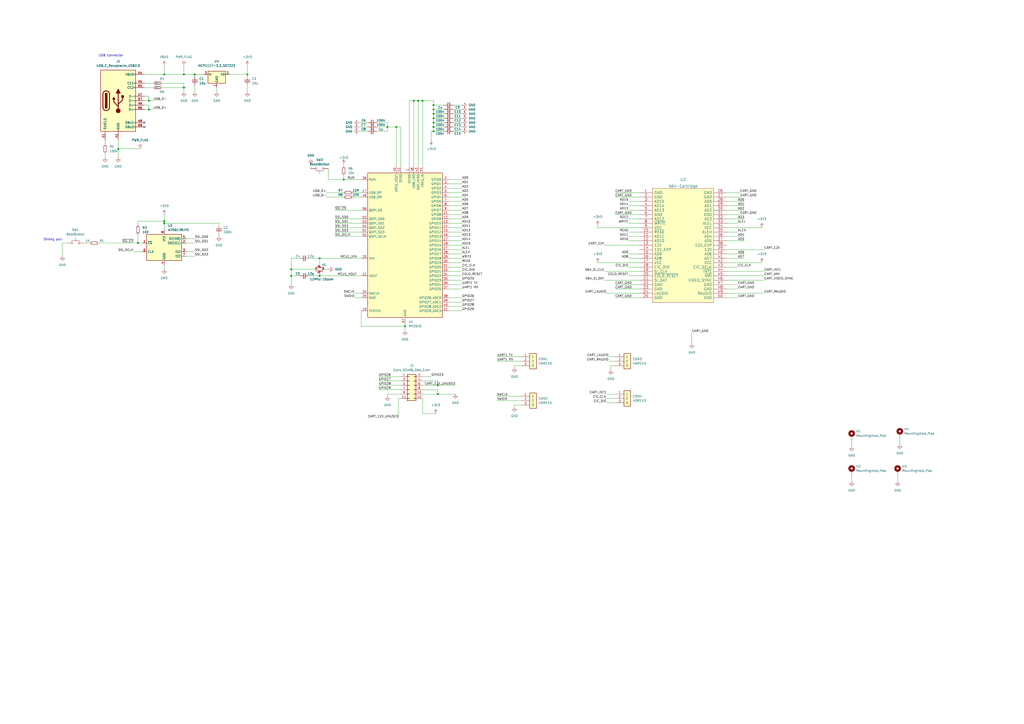
<source format=kicad_sch>
(kicad_sch (version 20211123) (generator eeschema)
  (paper "A2")
  (lib_symbols
    (symbol "Connector:USB_C_Receptacle_USB2.0" (pin_names (offset 1.016))
      (property "Reference" "J" (at -10.16 19.05 0))
      (property "Value" "USB_C_Receptacle_USB2.0" (at 19.05 19.05 0))
      (symbol "USB_C_Receptacle_USB2.0_1_1"
        (pin passive line (at 0 -22.86 90) (length 5.08) (name "GND") (number "A1"))
        (pin passive line (at 0 -22.86 90) (length 5.08) hide (name "GND") (number "A12"))
        (pin passive line (at 15.24 15.24 180) (length 5.08) (name "VBUS") (number "A4"))
        (pin bidirectional line (at 15.24 10.16 180) (length 5.08) (name "CC1") (number "A5"))
        (pin bidirectional line (at 15.24 -2.54 180) (length 5.08) (name "D+") (number "A6"))
        (pin bidirectional line (at 15.24 2.54 180) (length 5.08) (name "D-") (number "A7"))
        (pin bidirectional line (at 15.24 -12.7 180) (length 5.08) (name "SBU1") (number "A8"))
        (pin passive line (at 15.24 15.24 180) (length 5.08) hide (name "VBUS") (number "A9"))
        (pin passive line (at 0 -22.86 90) (length 5.08) hide (name "GND") (number "B1"))
        (pin passive line (at 0 -22.86 90) (length 5.08) hide (name "GND") (number "B12"))
        (pin passive line (at 15.24 15.24 180) (length 5.08) hide (name "VBUS") (number "B4"))
        (pin bidirectional line (at 15.24 7.62 180) (length 5.08) (name "CC2") (number "B5"))
        (pin bidirectional line (at 15.24 -5.08 180) (length 5.08) (name "D+") (number "B6"))
        (pin bidirectional line (at 15.24 0 180) (length 5.08) (name "D-") (number "B7"))
        (pin bidirectional line (at 15.24 -15.24 180) (length 5.08) (name "SBU2") (number "B8"))
        (pin passive line (at 15.24 15.24 180) (length 5.08) hide (name "VBUS") (number "B9"))
        (pin passive line (at -7.62 -22.86 90) (length 5.08) (name "SHIELD") (number "S1"))
      )
    )
    (symbol "Connector_Generic:Conn_02x06_Odd_Even" (pin_names (offset 1.016) hide)
      (property "Reference" "J" (at 1.27 7.62 0))
      (property "Value" "Conn_02x06_Odd_Even" (at 1.27 -10.16 0))
      (symbol "Conn_02x06_Odd_Even_1_1"
        (pin passive line (at -5.08 5.08 0) (length 3.81) (name "Pin_1") (number "1"))
        (pin passive line (at 7.62 -5.08 180) (length 3.81) (name "Pin_10") (number "10"))
        (pin passive line (at -5.08 -7.62 0) (length 3.81) (name "Pin_11") (number "11"))
        (pin passive line (at 7.62 -7.62 180) (length 3.81) (name "Pin_12") (number "12"))
        (pin passive line (at 7.62 5.08 180) (length 3.81) (name "Pin_2") (number "2"))
        (pin passive line (at -5.08 2.54 0) (length 3.81) (name "Pin_3") (number "3"))
        (pin passive line (at 7.62 2.54 180) (length 3.81) (name "Pin_4") (number "4"))
        (pin passive line (at -5.08 0 0) (length 3.81) (name "Pin_5") (number "5"))
        (pin passive line (at 7.62 0 180) (length 3.81) (name "Pin_6") (number "6"))
        (pin passive line (at -5.08 -2.54 0) (length 3.81) (name "Pin_7") (number "7"))
        (pin passive line (at 7.62 -2.54 180) (length 3.81) (name "Pin_8") (number "8"))
        (pin passive line (at -5.08 -5.08 0) (length 3.81) (name "Pin_9") (number "9"))
      )
    )
    (symbol "Device:C_Small" (pin_numbers hide) (pin_names (offset 0.254) hide)
      (property "Reference" "C" (at 0.254 1.778 0))
      (property "Value" "C_Small" (at 0.254 -2.032 0))
      (symbol "C_Small_1_1"
        (pin passive line (at 0 2.54 270) (length 2.032) (name "~") (number "1"))
        (pin passive line (at 0 -2.54 90) (length 2.032) (name "~") (number "2"))
      )
    )
    (symbol "Device:Crystal_GND24_Small" (pin_names (offset 1.016) hide)
      (property "Reference" "Y" (at 1.27 4.445 0))
      (property "Value" "Crystal_GND24_Small" (at 1.27 2.54 0))
      (symbol "Crystal_GND24_Small_1_1"
        (pin passive line (at -2.54 0 0) (length 1.27) (name "1") (number "1"))
        (pin passive line (at 0 -2.54 90) (length 0.635) (name "2") (number "2"))
        (pin passive line (at 2.54 0 180) (length 1.27) (name "3") (number "3"))
        (pin passive line (at 0 2.54 270) (length 0.635) (name "4") (number "4"))
      )
    )
    (symbol "Device:R_Small" (pin_numbers hide) (pin_names (offset 0.254) hide)
      (property "Reference" "R" (at 0.762 0.508 0))
      (property "Value" "R_Small" (at 0.762 -1.016 0))
      (symbol "R_Small_1_1"
        (pin passive line (at 0 2.54 270) (length 0.762) (name "~") (number "1"))
        (pin passive line (at 0 -2.54 90) (length 0.762) (name "~") (number "2"))
      )
    )
    (symbol "MCU_RaspberryPi:RP2040"
      (property "Reference" "U" (at 17.78 45.72 0))
      (property "Value" "RP2040" (at 17.78 43.18 0))
      (symbol "RP2040_1_1"
        (pin power_in line (at 2.54 45.72 270) (length 3.81) (name "IOVDD") (number "1"))
        (pin passive line (at 2.54 45.72 270) (length 3.81) hide (name "IOVDD") (number "10"))
        (pin bidirectional line (at 25.4 17.78 180) (length 3.81) (name "GPIO8") (number "11"))
        (pin bidirectional line (at 25.4 15.24 180) (length 3.81) (name "GPIO9") (number "12"))
        (pin bidirectional line (at 25.4 12.7 180) (length 3.81) (name "GPIO10") (number "13"))
        (pin bidirectional line (at 25.4 10.16 180) (length 3.81) (name "GPIO11") (number "14"))
        (pin bidirectional line (at 25.4 7.62 180) (length 3.81) (name "GPIO12") (number "15"))
        (pin bidirectional line (at 25.4 5.08 180) (length 3.81) (name "GPIO13") (number "16"))
        (pin bidirectional line (at 25.4 2.54 180) (length 3.81) (name "GPIO14") (number "17"))
        (pin bidirectional line (at 25.4 0 180) (length 3.81) (name "GPIO15") (number "18"))
        (pin input line (at -25.4 -38.1 0) (length 3.81) (name "TESTEN") (number "19"))
        (pin bidirectional line (at 25.4 38.1 180) (length 3.81) (name "GPIO0") (number "2"))
        (pin input line (at -25.4 -7.62 0) (length 3.81) (name "XIN") (number "20"))
        (pin passive line (at -25.4 -17.78 0) (length 3.81) (name "XOUT") (number "21"))
        (pin passive line (at 2.54 45.72 270) (length 3.81) hide (name "IOVDD") (number "22"))
        (pin power_in line (at -2.54 45.72 270) (length 3.81) (name "DVDD") (number "23"))
        (pin output line (at -25.4 -27.94 0) (length 3.81) (name "SWCLK") (number "24"))
        (pin bidirectional line (at -25.4 -30.48 0) (length 3.81) (name "SWD") (number "25"))
        (pin input line (at -25.4 38.1 0) (length 3.81) (name "RUN") (number "26"))
        (pin bidirectional line (at 25.4 -2.54 180) (length 3.81) (name "GPIO16") (number "27"))
        (pin bidirectional line (at 25.4 -5.08 180) (length 3.81) (name "GPIO17") (number "28"))
        (pin bidirectional line (at 25.4 -7.62 180) (length 3.81) (name "GPIO18") (number "29"))
        (pin bidirectional line (at 25.4 35.56 180) (length 3.81) (name "GPIO1") (number "3"))
        (pin bidirectional line (at 25.4 -10.16 180) (length 3.81) (name "GPIO19") (number "30"))
        (pin bidirectional line (at 25.4 -12.7 180) (length 3.81) (name "GPIO20") (number "31"))
        (pin bidirectional line (at 25.4 -15.24 180) (length 3.81) (name "GPIO21") (number "32"))
        (pin passive line (at 2.54 45.72 270) (length 3.81) hide (name "IOVDD") (number "33"))
        (pin bidirectional line (at 25.4 -17.78 180) (length 3.81) (name "GPIO22") (number "34"))
        (pin bidirectional line (at 25.4 -20.32 180) (length 3.81) (name "GPIO23") (number "35"))
        (pin bidirectional line (at 25.4 -22.86 180) (length 3.81) (name "GPIO24") (number "36"))
        (pin bidirectional line (at 25.4 -25.4 180) (length 3.81) (name "GPIO25") (number "37"))
        (pin bidirectional line (at 25.4 -30.48 180) (length 3.81) (name "GPIO26_ADC0") (number "38"))
        (pin bidirectional line (at 25.4 -33.02 180) (length 3.81) (name "GPIO27_ADC1") (number "39"))
        (pin bidirectional line (at 25.4 33.02 180) (length 3.81) (name "GPIO2") (number "4"))
        (pin bidirectional line (at 25.4 -35.56 180) (length 3.81) (name "GPIO28_ADC2") (number "40"))
        (pin bidirectional line (at 25.4 -38.1 180) (length 3.81) (name "GPIO29_ADC3") (number "41"))
        (pin passive line (at 2.54 45.72 270) (length 3.81) hide (name "IOVDD") (number "42"))
        (pin power_in line (at 7.62 45.72 270) (length 3.81) (name "ADC_AVDD") (number "43"))
        (pin power_in line (at 10.16 45.72 270) (length 3.81) (name "VREG_IN") (number "44"))
        (pin power_out line (at -5.08 45.72 270) (length 3.81) (name "VREG_VOUT") (number "45"))
        (pin bidirectional line (at -25.4 27.94 0) (length 3.81) (name "USB_DM") (number "46"))
        (pin bidirectional line (at -25.4 30.48 0) (length 3.81) (name "USB_DP") (number "47"))
        (pin power_in line (at 5.08 45.72 270) (length 3.81) (name "USB_VDD") (number "48"))
        (pin passive line (at 2.54 45.72 270) (length 3.81) hide (name "IOVDD") (number "49"))
        (pin bidirectional line (at 25.4 30.48 180) (length 3.81) (name "GPIO3") (number "5"))
        (pin passive line (at -2.54 45.72 270) (length 3.81) hide (name "DVDD") (number "50"))
        (pin bidirectional line (at -25.4 7.62 0) (length 3.81) (name "QSPI_SD3") (number "51"))
        (pin output line (at -25.4 5.08 0) (length 3.81) (name "QSPI_SCLK") (number "52"))
        (pin bidirectional line (at -25.4 15.24 0) (length 3.81) (name "QSPI_SD0") (number "53"))
        (pin bidirectional line (at -25.4 10.16 0) (length 3.81) (name "QSPI_SD2") (number "54"))
        (pin bidirectional line (at -25.4 12.7 0) (length 3.81) (name "QSPI_SD1") (number "55"))
        (pin bidirectional line (at -25.4 20.32 0) (length 3.81) (name "QSPI_SS") (number "56"))
        (pin power_in line (at 0 -45.72 90) (length 3.81) (name "GND") (number "57"))
        (pin bidirectional line (at 25.4 27.94 180) (length 3.81) (name "GPIO4") (number "6"))
        (pin bidirectional line (at 25.4 25.4 180) (length 3.81) (name "GPIO5") (number "7"))
        (pin bidirectional line (at 25.4 22.86 180) (length 3.81) (name "GPIO6") (number "8"))
        (pin bidirectional line (at 25.4 20.32 180) (length 3.81) (name "GPIO7") (number "9"))
      )
    )
    (symbol "Mechanical:MountingHole_Pad" (pin_numbers hide) (pin_names (offset 1.016) hide)
      (property "Reference" "H" (at 0 6.35 0))
      (property "Value" "MountingHole_Pad" (at 0 4.445 0))
      (symbol "MountingHole_Pad_1_1"
        (pin input line (at 0 -2.54 90) (length 2.54) (name "1") (number "1"))
      )
    )
    (symbol "Memory_Flash:W25Q128JVS"
      (property "Reference" "U" (at -8.89 8.89 0))
      (property "Value" "W25Q128JVS" (at 7.62 8.89 0))
      (symbol "W25Q128JVS_1_1"
        (pin input line (at -12.7 2.54 0) (length 2.54) (name "~{CS}") (number "1"))
        (pin bidirectional line (at 12.7 2.54 180) (length 2.54) (name "DO(IO1)") (number "2"))
        (pin bidirectional line (at 12.7 -2.54 180) (length 2.54) (name "IO2") (number "3"))
        (pin power_in line (at 0 -10.16 90) (length 2.54) (name "GND") (number "4"))
        (pin bidirectional line (at 12.7 5.08 180) (length 2.54) (name "DI(IO0)") (number "5"))
        (pin input line (at -12.7 -2.54 0) (length 2.54) (name "CLK") (number "6"))
        (pin bidirectional line (at 12.7 -5.08 180) (length 2.54) (name "IO3") (number "7"))
        (pin power_in line (at 0 10.16 270) (length 2.54) (name "VCC") (number "8"))
      )
    )
    (symbol "Regulator_Linear:NCP1117-3.3_SOT223" (pin_names (offset 0.254))
      (property "Reference" "U" (at -3.81 3.175 0))
      (property "Value" "NCP1117-3.3_SOT223" (at 0 3.175 0))
      (symbol "NCP1117-3.3_SOT223_1_1"
        (pin power_in line (at 0 -7.62 90) (length 2.54) (name "GND") (number "1"))
        (pin power_out line (at 7.62 0 180) (length 2.54) (name "VO") (number "2"))
        (pin power_in line (at -7.62 0 0) (length 2.54) (name "VI") (number "3"))
      )
    )
    (symbol "Switch:SW_Push" (pin_numbers hide) (pin_names (offset 1.016) hide)
      (property "Reference" "SW" (at 1.27 2.54 0))
      (property "Value" "SW_Push" (at 0 -1.524 0))
      (symbol "SW_Push_0_1"
        (pin passive line (at -5.08 0 0) (length 2.54) (name "1") (number "1"))
        (pin passive line (at 5.08 0 180) (length 2.54) (name "2") (number "2"))
      )
    )
    (symbol "db-connectors:HDR1X3" (pin_names (offset 1.016))
      (property "Reference" "CON" (at 3.175 4.445 0))
      (property "Value" "HDR1X3" (at 4.445 2.54 0))
      (symbol "HDR1X3_1_1"
        (pin passive line (at -5.08 -1.27 0) (length 5.08) (name "1") (number "1"))
        (pin passive line (at -5.08 -3.81 0) (length 5.08) (name "2") (number "2"))
        (pin passive line (at -5.08 -6.35 0) (length 5.08) (name "3") (number "3"))
      )
    )
    (symbol "db-power:+3V3" (power) (pin_names (offset 0))
      (property "Value" "+3V3" (at 0 3.556 0))
      (symbol "+3V3_1_1"
        (pin power_in line (at 0 0 90) (length 0) hide (name "+3V3") (number "1"))
      )
    )
    (symbol "db-power:GND" (power) (pin_names (offset 0))
      (property "Value" "GND" (at 0 -3.81 0))
      (symbol "GND_1_1"
        (pin power_in line (at 0 0 270) (length 0) hide (name "GND") (number "1"))
      )
    )
    (symbol "n64-cartridge:N64-Cartridge" (pin_names (offset 1.016))
      (property "Reference" "U12" (at -0.635 38.1 0))
      (property "Value" "N64-Cartridge" (at -0.635 34.29 0))
      (symbol "N64-Cartridge_1_1"
        (pin passive line (at -25.4 30.48 0) (length 7.62) (name "GND") (number "1"))
        (pin passive line (at -25.4 7.62 0) (length 7.62) (name "~{READ}") (number "10"))
        (pin passive line (at -25.4 5.08 0) (length 7.62) (name "AD11") (number "11"))
        (pin passive line (at -25.4 2.54 0) (length 7.62) (name "AD10") (number "12"))
        (pin passive line (at -25.4 0 0) (length 7.62) (name "12V") (number "13"))
        (pin passive line (at -25.4 -2.54 0) (length 7.62) (name "12V_EXP") (number "14"))
        (pin passive line (at -25.4 -5.08 0) (length 7.62) (name "AD9") (number "15"))
        (pin passive line (at -25.4 -7.62 0) (length 7.62) (name "AD8") (number "16"))
        (pin passive line (at -25.4 -10.16 0) (length 7.62) (name "VCC") (number "17"))
        (pin passive line (at -25.4 -12.7 0) (length 7.62) (name "CIC_DIO") (number "18"))
        (pin passive line (at -25.4 -15.24 0) (length 7.62) (name "SI_CLK") (number "19"))
        (pin passive line (at -25.4 27.94 0) (length 7.62) (name "GND") (number "2"))
        (pin passive line (at -25.4 -17.78 0) (length 7.62) (name "~{COLD_RESET}") (number "20"))
        (pin passive line (at -25.4 -20.32 0) (length 7.62) (name "SI_DAT") (number "21"))
        (pin passive line (at -25.4 -22.86 0) (length 7.62) (name "GND") (number "22"))
        (pin passive line (at -25.4 -25.4 0) (length 7.62) (name "GND") (number "23"))
        (pin passive line (at -25.4 -27.94 0) (length 7.62) (name "LAUDIO") (number "24"))
        (pin passive line (at -25.4 -30.48 0) (length 7.62) (name "GND") (number "25"))
        (pin passive line (at 25.4 30.48 180) (length 7.62) (name "GND") (number "26"))
        (pin passive line (at 25.4 27.94 180) (length 7.62) (name "GND") (number "27"))
        (pin passive line (at 25.4 25.4 180) (length 7.62) (name "AD0") (number "28"))
        (pin passive line (at 25.4 22.86 180) (length 7.62) (name "AD1") (number "29"))
        (pin passive line (at -25.4 25.4 0) (length 7.62) (name "AD15") (number "3"))
        (pin passive line (at 25.4 20.32 180) (length 7.62) (name "AD2") (number "30"))
        (pin passive line (at 25.4 17.78 180) (length 7.62) (name "GND") (number "31"))
        (pin passive line (at 25.4 15.24 180) (length 7.62) (name "AD3") (number "32"))
        (pin passive line (at 25.4 12.7 180) (length 7.62) (name "ALEL") (number "33"))
        (pin passive line (at 25.4 10.16 180) (length 7.62) (name "VCC") (number "34"))
        (pin passive line (at 25.4 7.62 180) (length 7.62) (name "ALEH") (number "35"))
        (pin passive line (at 25.4 5.08 180) (length 7.62) (name "AD4") (number "36"))
        (pin passive line (at 25.4 2.54 180) (length 7.62) (name "AD5") (number "37"))
        (pin passive line (at 25.4 0 180) (length 7.62) (name "12V_EXP") (number "38"))
        (pin passive line (at 25.4 -2.54 180) (length 7.62) (name "12V") (number "39"))
        (pin passive line (at -25.4 22.86 0) (length 7.62) (name "AD14") (number "4"))
        (pin passive line (at 25.4 -5.08 180) (length 7.62) (name "AD6") (number "40"))
        (pin passive line (at 25.4 -7.62 180) (length 7.62) (name "AD7") (number "41"))
        (pin passive line (at 25.4 -10.16 180) (length 7.62) (name "VCC") (number "42"))
        (pin passive line (at 25.4 -12.7 180) (length 7.62) (name "CIC_DCLK") (number "43"))
        (pin passive line (at 25.4 -15.24 180) (length 7.62) (name "~{INT1}") (number "44"))
        (pin passive line (at 25.4 -17.78 180) (length 7.62) (name "~{NMI}") (number "45"))
        (pin passive line (at 25.4 -20.32 180) (length 7.62) (name "VIDEO_SYNC") (number "46"))
        (pin passive line (at 25.4 -22.86 180) (length 7.62) (name "GND") (number "47"))
        (pin passive line (at 25.4 -25.4 180) (length 7.62) (name "GND") (number "48"))
        (pin passive line (at 25.4 -27.94 180) (length 7.62) (name "RAUDIO") (number "49"))
        (pin passive line (at -25.4 20.32 0) (length 7.62) (name "AD13") (number "5"))
        (pin passive line (at 25.4 -30.48 180) (length 7.62) (name "GND") (number "50"))
        (pin passive line (at -25.4 17.78 0) (length 7.62) (name "GND") (number "6"))
        (pin passive line (at -25.4 15.24 0) (length 7.62) (name "AD12") (number "7"))
        (pin passive line (at -25.4 12.7 0) (length 7.62) (name "~{WRITE}") (number "8"))
        (pin passive line (at -25.4 10.16 0) (length 7.62) (name "VCC") (number "9"))
      )
    )
    (symbol "power:+3V3" (power) (pin_names (offset 0))
      (property "Value" "+3V3" (at 0 3.556 0))
      (symbol "+3V3_1_1"
        (pin power_in line (at 0 0 90) (length 0) hide (name "+3V3") (number "1"))
      )
    )
    (symbol "power:GND" (power) (pin_names (offset 0))
      (property "Value" "GND" (at 0 -3.81 0))
      (symbol "GND_1_1"
        (pin power_in line (at 0 0 270) (length 0) hide (name "GND") (number "1"))
      )
    )
    (symbol "power:PWR_FLAG" (power) (pin_numbers hide) (pin_names (offset 0) hide)
      (property "Value" "PWR_FLAG" (at 0 3.81 0))
      (symbol "PWR_FLAG_0_0"
        (pin power_out line (at 0 0 90) (length 0) (name "pwr") (number "1"))
      )
    )
    (symbol "power:VBUS" (power) (pin_names (offset 0))
      (property "Value" "VBUS" (at 0 3.81 0))
      (symbol "VBUS_1_1"
        (pin power_in line (at 0 0 90) (length 0) hide (name "VBUS") (number "1"))
      )
    )
  )
  (junction (at 143.51 43.18))
  (junction (at 199.39 104.14))
  (junction (at 185.42 160.02))
  (junction (at 106.68 50.8))
  (junction (at 242.57 58.42))
  (junction (at 185.42 149.86))
  (junction (at 251.46 73.66))
  (junction (at 95.25 43.18))
  (junction (at 254 228.6))
  (junction (at 95.25 129.54))
  (junction (at 80.01 140.97))
  (junction (at 234.95 189.23))
  (junction (at 86.36 63.5))
  (junction (at 86.36 58.42))
  (junction (at 106.68 43.18))
  (junction (at 113.03 43.18))
  (junction (at 245.11 58.42))
  (junction (at 95.25 128.27))
  (junction (at 240.03 58.42))
  (junction (at 168.91 160.02))
  (junction (at 251.46 71.12))
  (junction (at 168.91 156.21))
  (junction (at 224.79 73.66))
  (junction (at 68.58 86.36))
  (junction (at 251.46 66.04))
  (junction (at 229.87 73.66))
  (junction (at 251.46 63.5))
  (junction (at 251.46 68.58))
  (junction (at 251.46 60.96))
  (junction (at 251.46 76.2))
  (junction (at 254 223.52))
  (no_connect (at 83.82 73.66))
  (no_connect (at 83.82 71.12))
  (wire (pts (xy 521.97 254) (xy 521.97 257.81)))
  (wire (pts (xy 52.07 140.97) (xy 48.895 140.97)))
  (wire (pts (xy 288.29 209.55) (xy 302.26 209.55)))
  (wire (pts (xy 260.35 177.8) (xy 267.97 177.8)))
  (wire (pts (xy 93.98 50.8) (xy 106.68 50.8)))
  (wire (pts (xy 80.01 128.27) (xy 80.01 130.81)))
  (wire (pts (xy 143.51 38.1) (xy 143.51 43.18)))
  (wire (pts (xy 421.64 154.94) (xy 427.99 154.94)))
  (wire (pts (xy 421.64 116.84) (xy 431.8 116.84)))
  (wire (pts (xy 421.64 127) (xy 431.8 127)))
  (wire (pts (xy 260.35 157.48) (xy 267.97 157.48)))
  (wire (pts (xy 143.51 43.18) (xy 143.51 44.45)))
  (wire (pts (xy 356.87 167.64) (xy 370.84 167.64)))
  (wire (pts (xy 83.82 50.8) (xy 88.9 50.8)))
  (wire (pts (xy 260.35 167.64) (xy 267.97 167.64)))
  (wire (pts (xy 267.97 60.96) (xy 262.89 60.96)))
  (wire (pts (xy 288.29 229.87) (xy 302.26 229.87)))
  (wire (pts (xy 260.35 160.02) (xy 267.97 160.02)))
  (wire (pts (xy 190.5 97.79) (xy 190.5 104.14)))
  (wire (pts (xy 219.71 220.98) (xy 232.41 220.98)))
  (wire (pts (xy 234.95 189.23) (xy 234.95 191.77)))
  (wire (pts (xy 298.45 213.36) (xy 298.45 212.09)))
  (wire (pts (xy 260.35 172.72) (xy 267.97 172.72)))
  (wire (pts (xy 421.64 134.62) (xy 427.99 134.62)))
  (wire (pts (xy 208.28 71.12) (xy 213.36 71.12)))
  (wire (pts (xy 254 220.98) (xy 254 223.52)))
  (wire (pts (xy 251.46 68.58) (xy 251.46 66.04)))
  (wire (pts (xy 245.11 58.42) (xy 251.46 58.42)))
  (wire (pts (xy 260.35 111.76) (xy 267.97 111.76)))
  (wire (pts (xy 353.06 207.01) (xy 356.87 207.01)))
  (wire (pts (xy 80.01 135.89) (xy 80.01 140.97)))
  (wire (pts (xy 254 223.52) (xy 264.16 223.52)))
  (wire (pts (xy 364.49 149.86) (xy 370.84 149.86)))
  (wire (pts (xy 494.03 275.59) (xy 494.03 279.4)))
  (wire (pts (xy 260.35 162.56) (xy 267.97 162.56)))
  (wire (pts (xy 224.79 71.12) (xy 224.79 73.66)))
  (wire (pts (xy 260.35 132.08) (xy 267.97 132.08)))
  (wire (pts (xy 356.87 111.76) (xy 370.84 111.76)))
  (wire (pts (xy 421.64 160.02) (xy 443.23 160.02)))
  (wire (pts (xy 260.35 119.38) (xy 267.97 119.38)))
  (wire (pts (xy 257.81 60.96) (xy 251.46 60.96)))
  (wire (pts (xy 257.81 68.58) (xy 251.46 68.58)))
  (wire (pts (xy 199.39 104.14) (xy 209.55 104.14)))
  (wire (pts (xy 77.47 146.05) (xy 82.55 146.05)))
  (wire (pts (xy 245.11 226.06) (xy 254 226.06)))
  (wire (pts (xy 257.81 63.5) (xy 251.46 63.5)))
  (wire (pts (xy 234.95 187.96) (xy 234.95 189.23)))
  (wire (pts (xy 168.91 160.02) (xy 168.91 165.1)))
  (wire (pts (xy 204.47 114.3) (xy 209.55 114.3)))
  (wire (pts (xy 95.25 129.54) (xy 127 129.54)))
  (wire (pts (xy 364.49 121.92) (xy 370.84 121.92)))
  (wire (pts (xy 354.33 212.09) (xy 354.33 214.63)))
  (wire (pts (xy 185.42 149.86) (xy 209.55 149.86)))
  (wire (pts (xy 350.52 142.24) (xy 370.84 142.24)))
  (wire (pts (xy 179.07 149.86) (xy 185.42 149.86)))
  (wire (pts (xy 95.25 129.54) (xy 95.25 133.35)))
  (wire (pts (xy 237.49 96.52) (xy 237.49 58.42)))
  (wire (pts (xy 143.51 49.53) (xy 143.51 53.34)))
  (wire (pts (xy 194.31 134.62) (xy 209.55 134.62)))
  (wire (pts (xy 199.39 95.25) (xy 199.39 96.52)))
  (wire (pts (xy 185.42 149.86) (xy 185.42 153.67)))
  (wire (pts (xy 107.95 148.59) (xy 113.03 148.59)))
  (wire (pts (xy 520.7 275.59) (xy 520.7 279.4)))
  (wire (pts (xy 351.79 231.14) (xy 356.87 231.14)))
  (wire (pts (xy 353.06 209.55) (xy 356.87 209.55)))
  (wire (pts (xy 421.64 157.48) (xy 443.23 157.48)))
  (wire (pts (xy 245.11 220.98) (xy 254 220.98)))
  (wire (pts (xy 107.95 146.05) (xy 113.03 146.05)))
  (wire (pts (xy 298.45 236.22) (xy 298.45 234.95)))
  (wire (pts (xy 421.64 132.08) (xy 441.96 132.08)))
  (wire (pts (xy 260.35 106.68) (xy 267.97 106.68)))
  (wire (pts (xy 231.14 242.57) (xy 231.14 231.14)))
  (wire (pts (xy 350.52 157.48) (xy 370.84 157.48)))
  (wire (pts (xy 218.44 71.12) (xy 224.79 71.12)))
  (wire (pts (xy 95.25 153.67) (xy 95.25 156.21)))
  (wire (pts (xy 257.81 76.2) (xy 251.46 76.2)))
  (wire (pts (xy 421.64 147.32) (xy 431.8 147.32)))
  (wire (pts (xy 199.39 101.6) (xy 199.39 104.14)))
  (wire (pts (xy 421.64 121.92) (xy 431.8 121.92)))
  (wire (pts (xy 232.41 96.52) (xy 232.41 73.66)))
  (wire (pts (xy 168.91 149.86) (xy 168.91 156.21)))
  (wire (pts (xy 107.95 140.97) (xy 113.03 140.97)))
  (wire (pts (xy 224.79 228.6) (xy 232.41 228.6)))
  (wire (pts (xy 180.34 97.79) (xy 180.34 95.25)))
  (wire (pts (xy 113.03 43.18) (xy 118.11 43.18)))
  (wire (pts (xy 127 135.89) (xy 127 137.16)))
  (wire (pts (xy 260.35 124.46) (xy 267.97 124.46)))
  (wire (pts (xy 421.64 162.56) (xy 443.23 162.56)))
  (wire (pts (xy 364.49 127) (xy 370.84 127)))
  (wire (pts (xy 257.81 71.12) (xy 251.46 71.12)))
  (wire (pts (xy 364.49 139.7) (xy 370.84 139.7)))
  (wire (pts (xy 95.25 38.1) (xy 95.25 43.18)))
  (wire (pts (xy 93.98 48.26) (xy 106.68 48.26)))
  (wire (pts (xy 260.35 109.22) (xy 267.97 109.22)))
  (wire (pts (xy 194.31 121.92) (xy 209.55 121.92)))
  (wire (pts (xy 364.49 147.32) (xy 370.84 147.32)))
  (wire (pts (xy 80.01 128.27) (xy 95.25 128.27)))
  (wire (pts (xy 245.11 58.42) (xy 245.11 96.52)))
  (wire (pts (xy 133.35 43.18) (xy 143.51 43.18)))
  (wire (pts (xy 219.71 223.52) (xy 232.41 223.52)))
  (wire (pts (xy 260.35 144.78) (xy 267.97 144.78)))
  (wire (pts (xy 364.49 116.84) (xy 370.84 116.84)))
  (wire (pts (xy 298.45 234.95) (xy 302.26 234.95)))
  (wire (pts (xy 68.58 86.36) (xy 68.58 91.44)))
  (wire (pts (xy 267.97 68.58) (xy 262.89 68.58)))
  (wire (pts (xy 364.49 119.38) (xy 370.84 119.38)))
  (wire (pts (xy 205.74 172.72) (xy 209.55 172.72)))
  (wire (pts (xy 189.23 114.3) (xy 199.39 114.3)))
  (wire (pts (xy 95.25 124.46) (xy 95.25 128.27)))
  (wire (pts (xy 209.55 180.34) (xy 209.55 189.23)))
  (wire (pts (xy 83.82 60.96) (xy 86.36 60.96)))
  (wire (pts (xy 421.64 114.3) (xy 429.26 114.3)))
  (wire (pts (xy 242.57 58.42) (xy 242.57 96.52)))
  (wire (pts (xy 350.52 162.56) (xy 370.84 162.56)))
  (wire (pts (xy 113.03 43.18) (xy 113.03 44.45)))
  (wire (pts (xy 251.46 63.5) (xy 251.46 60.96)))
  (wire (pts (xy 194.31 137.16) (xy 209.55 137.16)))
  (wire (pts (xy 224.79 73.66) (xy 224.79 76.2)))
  (wire (pts (xy 194.31 132.08) (xy 209.55 132.08)))
  (wire (pts (xy 229.87 96.52) (xy 229.87 73.66)))
  (wire (pts (xy 80.01 140.97) (xy 82.55 140.97)))
  (wire (pts (xy 356.87 124.46) (xy 370.84 124.46)))
  (wire (pts (xy 401.32 193.04) (xy 401.32 199.39)))
  (wire (pts (xy 356.87 165.1) (xy 370.84 165.1)))
  (wire (pts (xy 83.82 55.88) (xy 86.36 55.88)))
  (wire (pts (xy 421.64 172.72) (xy 427.99 172.72)))
  (wire (pts (xy 421.64 124.46) (xy 429.26 124.46)))
  (wire (pts (xy 189.23 111.76) (xy 199.39 111.76)))
  (wire (pts (xy 421.64 170.18) (xy 443.23 170.18)))
  (wire (pts (xy 298.45 212.09) (xy 302.26 212.09)))
  (wire (pts (xy 421.64 165.1) (xy 427.99 165.1)))
  (wire (pts (xy 168.91 160.02) (xy 173.99 160.02)))
  (wire (pts (xy 219.71 218.44) (xy 232.41 218.44)))
  (wire (pts (xy 356.87 212.09) (xy 354.33 212.09)))
  (wire (pts (xy 260.35 104.14) (xy 267.97 104.14)))
  (wire (pts (xy 106.68 43.18) (xy 113.03 43.18)))
  (wire (pts (xy 260.35 139.7) (xy 267.97 139.7)))
  (wire (pts (xy 351.79 233.68) (xy 356.87 233.68)))
  (wire (pts (xy 260.35 114.3) (xy 267.97 114.3)))
  (wire (pts (xy 209.55 189.23) (xy 234.95 189.23)))
  (wire (pts (xy 260.35 149.86) (xy 267.97 149.86)))
  (wire (pts (xy 194.31 127) (xy 209.55 127)))
  (wire (pts (xy 260.35 121.92) (xy 267.97 121.92)))
  (wire (pts (xy 83.82 43.18) (xy 95.25 43.18)))
  (wire (pts (xy 168.91 156.21) (xy 168.91 160.02)))
  (wire (pts (xy 194.31 129.54) (xy 209.55 129.54)))
  (wire (pts (xy 260.35 134.62) (xy 267.97 134.62)))
  (wire (pts (xy 260.35 147.32) (xy 267.97 147.32)))
  (wire (pts (xy 260.35 180.34) (xy 267.97 180.34)))
  (wire (pts (xy 346.71 152.4) (xy 370.84 152.4)))
  (wire (pts (xy 251.46 73.66) (xy 251.46 71.12)))
  (wire (pts (xy 251.46 66.04) (xy 251.46 63.5)))
  (wire (pts (xy 364.49 134.62) (xy 370.84 134.62)))
  (wire (pts (xy 421.64 137.16) (xy 431.8 137.16)))
  (wire (pts (xy 83.82 58.42) (xy 86.36 58.42)))
  (wire (pts (xy 260.35 175.26) (xy 267.97 175.26)))
  (wire (pts (xy 267.97 71.12) (xy 262.89 71.12)))
  (wire (pts (xy 421.64 129.54) (xy 427.99 129.54)))
  (wire (pts (xy 240.03 58.42) (xy 242.57 58.42)))
  (wire (pts (xy 36.195 140.97) (xy 36.195 148.59)))
  (wire (pts (xy 208.28 76.2) (xy 213.36 76.2)))
  (wire (pts (xy 251.46 76.2) (xy 250.19 76.2)))
  (wire (pts (xy 242.57 58.42) (xy 245.11 58.42)))
  (wire (pts (xy 185.42 160.02) (xy 209.55 160.02)))
  (wire (pts (xy 267.97 73.66) (xy 262.89 73.66)))
  (wire (pts (xy 224.79 229.87) (xy 224.79 228.6)))
  (wire (pts (xy 95.25 128.27) (xy 95.25 129.54)))
  (wire (pts (xy 257.81 73.66) (xy 251.46 73.66)))
  (wire (pts (xy 267.97 63.5) (xy 262.89 63.5)))
  (wire (pts (xy 260.35 142.24) (xy 267.97 142.24)))
  (wire (pts (xy 187.96 156.21) (xy 190.5 156.21)))
  (wire (pts (xy 107.95 138.43) (xy 113.03 138.43)))
  (wire (pts (xy 260.35 137.16) (xy 267.97 137.16)))
  (wire (pts (xy 260.35 152.4) (xy 267.97 152.4)))
  (wire (pts (xy 288.29 232.41) (xy 302.26 232.41)))
  (wire (pts (xy 251.46 60.96) (xy 251.46 58.42)))
  (wire (pts (xy 370.84 132.08) (xy 346.71 132.08)))
  (wire (pts (xy 421.64 149.86) (xy 431.8 149.86)))
  (wire (pts (xy 240.03 58.42) (xy 240.03 96.52)))
  (wire (pts (xy 237.49 58.42) (xy 240.03 58.42)))
  (wire (pts (xy 245.11 231.14) (xy 245.11 240.03)))
  (wire (pts (xy 288.29 207.01) (xy 302.26 207.01)))
  (wire (pts (xy 260.35 127) (xy 267.97 127)))
  (wire (pts (xy 421.64 167.64) (xy 427.99 167.64)))
  (wire (pts (xy 229.87 73.66) (xy 232.41 73.66)))
  (wire (pts (xy 245.11 218.44) (xy 250.19 218.44)))
  (wire (pts (xy 245.11 240.03) (xy 252.73 240.03)))
  (wire (pts (xy 168.91 156.21) (xy 182.88 156.21)))
  (wire (pts (xy 267.97 76.2) (xy 262.89 76.2)))
  (wire (pts (xy 168.91 149.86) (xy 173.99 149.86)))
  (wire (pts (xy 494.03 255.27) (xy 494.03 259.08)))
  (wire (pts (xy 113.03 49.53) (xy 113.03 53.34)))
  (wire (pts (xy 421.64 144.78) (xy 443.23 144.78)))
  (wire (pts (xy 254 228.6) (xy 264.16 228.6)))
  (wire (pts (xy 208.28 73.66) (xy 213.36 73.66)))
  (wire (pts (xy 218.44 73.66) (xy 224.79 73.66)))
  (wire (pts (xy 267.97 66.04) (xy 262.89 66.04)))
  (wire (pts (xy 86.36 55.88) (xy 86.36 58.42)))
  (wire (pts (xy 106.68 38.1) (xy 106.68 43.18)))
  (wire (pts (xy 245.11 223.52) (xy 254 223.52)))
  (wire (pts (xy 346.71 130.81) (xy 346.71 132.08)))
  (wire (pts (xy 421.64 111.76) (xy 429.26 111.76)))
  (wire (pts (xy 179.07 160.02) (xy 185.42 160.02)))
  (wire (pts (xy 106.68 53.34) (xy 106.68 50.8)))
  (wire (pts (xy 254 226.06) (xy 254 228.6)))
  (wire (pts (xy 356.87 114.3) (xy 370.84 114.3)))
  (wire (pts (xy 125.73 50.8) (xy 125.73 53.34)))
  (wire (pts (xy 251.46 76.2) (xy 251.46 73.66)))
  (wire (pts (xy 364.49 160.02) (xy 370.84 160.02)))
  (wire (pts (xy 185.42 160.02) (xy 185.42 158.75)))
  (wire (pts (xy 95.25 43.18) (xy 106.68 43.18)))
  (wire (pts (xy 250.19 81.28) (xy 250.19 76.2)))
  (wire (pts (xy 204.47 111.76) (xy 209.55 111.76)))
  (wire (pts (xy 190.5 104.14) (xy 199.39 104.14)))
  (wire (pts (xy 257.81 66.04) (xy 251.46 66.04)))
  (wire (pts (xy 260.35 165.1) (xy 267.97 165.1)))
  (wire (pts (xy 106.68 50.8) (xy 106.68 48.26)))
  (wire (pts (xy 36.195 140.97) (xy 38.735 140.97)))
  (wire (pts (xy 351.79 228.6) (xy 356.87 228.6)))
  (wire (pts (xy 260.35 154.94) (xy 267.97 154.94)))
  (wire (pts (xy 421.64 139.7) (xy 431.8 139.7)))
  (wire (pts (xy 245.11 228.6) (xy 254 228.6)))
  (wire (pts (xy 260.35 116.84) (xy 267.97 116.84)))
  (wire (pts (xy 86.36 63.5) (xy 88.9 63.5)))
  (wire (pts (xy 421.64 152.4) (xy 441.96 152.4)))
  (wire (pts (xy 251.46 71.12) (xy 251.46 68.58)))
  (wire (pts (xy 60.96 81.28) (xy 60.96 83.82)))
  (wire (pts (xy 86.36 60.96) (xy 86.36 63.5)))
  (wire (pts (xy 356.87 172.72) (xy 370.84 172.72)))
  (wire (pts (xy 421.64 119.38) (xy 431.8 119.38)))
  (wire (pts (xy 260.35 129.54) (xy 267.97 129.54)))
  (wire (pts (xy 68.58 81.28) (xy 68.58 86.36)))
  (wire (pts (xy 219.71 226.06) (xy 232.41 226.06)))
  (wire (pts (xy 86.36 58.42) (xy 88.9 58.42)))
  (wire (pts (xy 68.58 86.36) (xy 81.28 86.36)))
  (wire (pts (xy 364.49 154.94) (xy 370.84 154.94)))
  (wire (pts (xy 229.87 73.66) (xy 224.79 73.66)))
  (wire (pts (xy 364.49 137.16) (xy 370.84 137.16)))
  (wire (pts (xy 57.15 140.97) (xy 80.01 140.97)))
  (wire (pts (xy 83.82 63.5) (xy 86.36 63.5)))
  (wire (pts (xy 60.96 88.9) (xy 60.96 91.44)))
  (wire (pts (xy 218.44 76.2) (xy 224.79 76.2)))
  (wire (pts (xy 364.49 129.54) (xy 370.84 129.54)))
  (wire (pts (xy 231.14 231.14) (xy 232.41 231.14)))
  (wire (pts (xy 205.74 170.18) (xy 209.55 170.18)))
  (wire (pts (xy 83.82 48.26) (xy 88.9 48.26)))
  (wire (pts (xy 351.79 170.18) (xy 370.84 170.18)))
  (wire (pts (xy 127 129.54) (xy 127 130.81)))
  (text "Strong pull" (at 36.195 139.7 180) (effects (font (size 1.27 1.27)) (justify right bottom)))
  (text "USB connector" (at 57.15 33.02 0) (effects (font (size 1.27 1.27)) (justify left bottom)))
  (label "GPIO23" (at 250.19 218.44 0))
  (label "CART_GND" (at 427.99 172.72 0))
  (label "CART_GND" (at 427.99 167.64 0))
  (label "AD1" (at 431.8 119.38 180))
  (label "AD10" (at 364.49 139.7 180))
  (label "CIC_CLK" (at 267.97 154.94 0))
  (label "CIC_CLK" (at 427.99 154.94 0))
  (label "WRITE" (at 267.97 149.86 0))
  (label "SSI_SD1" (at 113.03 140.97 0))
  (label "AD8" (at 267.97 124.46 0))
  (label "CART_GND" (at 356.87 167.64 0))
  (label "AD1" (at 267.97 106.68 0))
  (label "AD10" (at 267.97 129.54 0))
  (label "SWCLK" (at 205.74 170.18 180))
  (label "CART_GND" (at 356.87 172.72 0))
  (label "AD12" (at 364.49 127 180))
  (label "CART_GND" (at 429.26 124.46 0))
  (label "CIC_DIO" (at 267.97 157.48 0))
  (label "UART1 RX" (at 288.29 209.55 0))
  (label "AD0" (at 267.97 104.14 0))
  (label "AD3" (at 431.8 127 180))
  (label "CART_GND" (at 429.26 111.76 0))
  (label "SSI_SD2" (at 194.31 132.08 0))
  (label "SWCLK" (at 288.29 229.87 0))
  (label "CART_12V" (at 443.23 144.78 0))
  (label "READ" (at 364.49 134.62 180))
  (label "AD5" (at 267.97 116.84 0))
  (label "SWDIO" (at 288.29 232.41 0))
  (label "AD11" (at 364.49 137.16 180))
  (label "USB_D+" (at 189.23 111.76 180))
  (label "AD2" (at 431.8 121.92 180))
  (label "ALEL" (at 427.99 129.54 0))
  (label "CART_LAUDIO" (at 351.79 170.18 180))
  (label "AD2" (at 267.97 109.22 0))
  (label "WRITE" (at 364.49 129.54 180))
  (label "CIC_DIO" (at 351.79 233.68 180))
  (label "USB_D+" (at 88.9 63.5 0))
  (label "AD9" (at 364.49 147.32 180))
  (label "SSI_SCLK" (at 194.31 137.16 0))
  (label "SSI_SD0" (at 194.31 127 0))
  (label "AD14" (at 364.49 119.38 180))
  (label "COLD_RESET" (at 364.49 160.02 180))
  (label "AD0" (at 431.8 116.84 180))
  (label "GPIO29" (at 267.97 180.34 0))
  (label "GPIO26" (at 267.97 172.72 0))
  (label "AD11" (at 267.97 132.08 0))
  (label "CART_NMI" (at 443.23 160.02 0))
  (label "~{SSI_CS}" (at 194.31 121.92 0))
  (label "SSI_SD3" (at 194.31 134.62 0))
  (label "N64_SI_CLK" (at 350.52 157.48 180))
  (label "CIC_CLK" (at 351.79 231.14 180))
  (label "MCU1_XIN" (at 207.01 149.86 180))
  (label "RUN" (at 205.74 104.14 180))
  (label "READ" (at 267.97 152.4 0))
  (label "ALEL" (at 267.97 144.78 0))
  (label "CART_GND" (at 356.87 114.3 0))
  (label "CART_RAUDIO" (at 353.06 209.55 180))
  (label "AD6" (at 267.97 119.38 0))
  (label "CART_GND" (at 427.99 165.1 0))
  (label "GPIO28" (at 219.71 223.52 0))
  (label "N64_SI_DAT" (at 350.52 162.56 180))
  (label "AD7" (at 431.8 149.86 180))
  (label "AD12" (at 267.97 134.62 0))
  (label "GPIO27" (at 267.97 175.26 0))
  (label "CART_12V_UNUSED" (at 231.14 242.57 180))
  (label "SSI_SD3" (at 113.03 148.59 0))
  (label "AD5" (at 431.8 139.7 180))
  (label "ALEH" (at 267.97 147.32 0))
  (label "GPIO26" (at 219.71 218.44 0))
  (label "SSI_SCLK" (at 77.47 146.05 180))
  (label "AD15" (at 364.49 116.84 180))
  (label "AD4" (at 431.8 137.16 180))
  (label "MCU1_XOUT" (at 207.01 160.02 180))
  (label "CART_GND" (at 356.87 165.1 0))
  (label "UART1 TX" (at 267.97 165.1 0))
  (label "GPIO28" (at 267.97 177.8 0))
  (label "AD13" (at 267.97 137.16 0))
  (label "CART_INT1" (at 351.79 228.6 180))
  (label "CART_12V_UNUSED" (at 264.16 223.52 180))
  (label "AD14" (at 267.97 139.7 0))
  (label "SSI_SD0" (at 113.03 138.43 0))
  (label "UART1 RX" (at 267.97 167.64 0))
  (label "UART1 TX" (at 288.29 207.01 0))
  (label "AD13" (at 364.49 121.92 180))
  (label "AD9" (at 267.97 127 0))
  (label "GPIO23" (at 267.97 162.56 0))
  (label "AD3" (at 267.97 111.76 0))
  (label "CART_GND" (at 356.87 124.46 0))
  (label "CART_RAUDIO" (at 443.23 170.18 0))
  (label "CART_GND" (at 401.32 193.04 0))
  (label "AD4" (at 267.97 114.3 0))
  (label "ALEH" (at 427.99 134.62 0))
  (label "USB_D-" (at 88.9 58.42 0))
  (label "USB_D-" (at 189.23 114.3 180))
  (label "AD15" (at 267.97 142.24 0))
  (label "GPIO27" (at 219.71 220.98 0))
  (label "CART_12V" (at 350.52 142.24 180))
  (label "CART_VIDEO_SYNC" (at 443.23 162.56 0))
  (label "AD6" (at 431.8 147.32 180))
  (label "AD7" (at 267.97 121.92 0))
  (label "~{SSI_CS}" (at 77.47 140.97 180))
  (label "CART_GND" (at 429.26 114.3 0))
  (label "AD8" (at 364.49 149.86 180))
  (label "CART_LAUDIO" (at 353.06 207.01 180))
  (label "GPIO29" (at 219.71 226.06 0))
  (label "CART_GND" (at 356.87 111.76 0))
  (label "CART_INT1" (at 443.23 157.48 0))
  (label "COLD_RESET" (at 267.97 160.02 0))
  (label "SSI_SD2" (at 113.03 146.05 0))
  (label "SWDIO" (at 205.74 172.72 180))
  (label "SSI_SD1" (at 194.31 129.54 0))
  (label "CIC_DIO" (at 364.49 154.94 180))
  (symbol (lib_id "power:GND") (at 267.97 63.5 90) (unit 1)
    (property "Reference" "#PWR024" (effects hide))
    (property "Value" "GND" (at 271.78 63.5001 90) (effects (justify right)))
  )
  (symbol (lib_id "db-connectors:HDR1X3") (at 361.95 205.74 0) (unit 1)
    (property "Reference" "CON3" (at 367.03 208.2799 0) (effects (justify left)))
    (property "Value" "HDR1X3" (at 367.03 210.8199 0) (effects (justify left)))
    (property "Footprint" "db-thparts:HDR1X3" (effects hide))
    (property "Digikey" "732-5316-ND" (effects hide))
    (property "Description" "CONN HEADER 3 POS 2.54" (effects hide))
  )
  (symbol (lib_id "db-power:+3V3") (at 441.96 132.08 0) (unit 1)
    (property "Reference" "#PWR035" (effects hide))
    (property "Value" "+3V3" (at 441.96 127 0))
  )
  (symbol (lib_id "Device:R_Small") (at 91.44 50.8 90) (unit 1)
    (property "Reference" "R5" (at 93.98 53.34 90))
    (property "Value" "5k1" (at 91.44 50.8 90) (effects (font (size 1 1))))
    (property "Footprint" "Resistor_SMD:R_0402_1005Metric" (effects hide))
  )
  (symbol (lib_id "power:GND") (at 267.97 73.66 90) (unit 1)
    (property "Reference" "#PWR028" (effects hide))
    (property "Value" "GND" (at 271.78 73.6601 90) (effects (justify right)))
  )
  (symbol (lib_id "power:GND") (at 143.51 53.34 0) (unit 1)
    (property "Reference" "#PWR012" (effects hide))
    (property "Value" "GND" (at 143.51 58.42 0))
  )
  (symbol (lib_id "Device:C_Small") (at 127 133.35 0) (unit 1)
    (property "Reference" "C2" (at 129.54 132.0862 0) (effects (justify left)))
    (property "Value" "100n" (at 129.54 134.6262 0) (effects (justify left)))
    (property "Footprint" "Capacitor_SMD:C_0402_1005Metric" (effects hide))
  )
  (symbol (lib_id "power:PWR_FLAG") (at 106.68 38.1 0) (unit 1)
    (property "Reference" "#FLG0101" (effects hide))
    (property "Value" "PWR_FLAG" (at 106.68 33.02 0))
  )
  (symbol (lib_id "power:GND") (at 106.68 53.34 0) (unit 1)
    (property "Reference" "#PWR07" (effects hide))
    (property "Value" "GND" (at 106.68 58.42 0))
  )
  (symbol (lib_id "power:GND") (at 494.03 259.08 0) (unit 1)
    (property "Reference" "#PWR0104" (effects hide))
    (property "Value" "GND" (at 494.03 264.16 0))
  )
  (symbol (lib_id "power:PWR_FLAG") (at 81.28 86.36 0) (unit 1)
    (property "Reference" "#FLG0102" (effects hide))
    (property "Value" "PWR_FLAG" (at 81.28 81.28 0))
  )
  (symbol (lib_id "Mechanical:MountingHole_Pad") (at 494.03 273.05 0) (unit 1)
    (property "Reference" "H2" (at 496.57 270.5099 0) (effects (justify left)))
    (property "Value" "MountingHole_Pad" (at 496.57 273.0499 0) (effects (justify left)))
    (property "Footprint" "MountingHole:MountingHole_2.2mm_M2_ISO7380_Pad_TopBottom" (effects hide))
  )
  (symbol (lib_id "power:+3V3") (at 199.39 95.25 0) (unit 1)
    (property "Reference" "#PWR016" (effects hide))
    (property "Value" "+3V3" (at 199.39 91.44 0))
  )
  (symbol (lib_id "db-power:+3V3") (at 441.96 152.4 0) (unit 1)
    (property "Reference" "#PWR036" (effects hide))
    (property "Value" "+3V3" (at 441.96 147.32 0))
  )
  (symbol (lib_id "db-power:GND") (at 401.32 199.39 0) (unit 1)
    (property "Reference" "#PWR0103" (effects hide))
    (property "Value" "GND" (at 401.32 204.47 0))
  )
  (symbol (lib_id "Device:Crystal_GND24_Small") (at 185.42 156.21 90) (unit 1)
    (property "Reference" "Y1" (at 187.96 153.67 90))
    (property "Value" "12MHz 10ppm" (at 179.705 161.925 90) (effects (justify right)))
    (property "Footprint" "Crystal:Crystal_SMD_2520-4Pin_2.5x2.0mm" (effects hide))
    (property "LCSC" "C521567" (effects hide))
  )
  (symbol (lib_id "Device:C_Small") (at 260.35 71.12 90) (unit 1)
    (property "Reference" "C13" (at 265.43 72.39 90))
    (property "Value" "100n" (at 255.27 72.39 90))
    (property "Footprint" "Capacitor_SMD:C_0402_1005Metric" (effects hide))
  )
  (symbol (lib_id "power:GND") (at 190.5 156.21 90) (unit 1)
    (property "Reference" "#PWR015" (effects hide))
    (property "Value" "GND" (at 194.31 156.2099 90) (effects (justify right)))
  )
  (symbol (lib_id "power:GND") (at 208.28 71.12 270) (unit 1)
    (property "Reference" "#PWR017" (effects hide))
    (property "Value" "GND" (at 204.47 71.1199 90) (effects (justify right)))
  )
  (symbol (lib_id "Device:R_Small") (at 201.93 114.3 90) (unit 1)
    (property "Reference" "R8" (at 197.485 113.03 90))
    (property "Value" "22R" (at 206.375 113.03 90))
    (property "Footprint" "Resistor_SMD:R_0402_1005Metric" (effects hide))
  )
  (symbol (lib_id "Connector:USB_C_Receptacle_USB2.0") (at 68.58 58.42 0) (unit 1)
    (property "Reference" "J1" (at 68.58 35.56 0))
    (property "Value" "USB_C_Receptacle_USB2.0" (at 68.58 38.1 0))
    (property "Footprint" "Connector_USB:USB_C_Receptacle_XKB_U262-16XN-4BVC11" (effects hide))
    (property "Datasheet" "https://www.usb.org/sites/default/files/documents/usb_type-c.zip" (effects hide))
  )
  (symbol (lib_id "Regulator_Linear:NCP1117-3.3_SOT223") (at 125.73 43.18 0) (unit 1)
    (property "Reference" "U4" (at 125.73 35.56 0))
    (property "Value" "NCP1117-3.3_SOT223" (at 125.73 38.1 0))
    (property "Footprint" "Package_TO_SOT_SMD:SOT-223-3_TabPin2" (effects hide))
    (property "Datasheet" "http://www.onsemi.com/pub_link/Collateral/NCP1117-D.PDF" (effects hide))
  )
  (symbol (lib_id "Connector_Generic:Conn_02x06_Odd_Even") (at 237.49 223.52 0) (unit 1)
    (property "Reference" "J2" (at 238.76 212.09 0))
    (property "Value" "Conn_02x06_Odd_Even" (at 238.76 214.63 0))
    (property "Footprint" "Connector_PinHeader_2.54mm:PinHeader_2x06_P2.54mm_Vertical" (effects hide))
  )
  (symbol (lib_id "Device:C_Small") (at 176.53 149.86 90) (unit 1)
    (property "Reference" "C4" (at 172.72 148.59 90))
    (property "Value" "12p" (at 180.34 148.59 90))
    (property "Footprint" "Capacitor_SMD:C_0402_1005Metric" (effects hide))
  )
  (symbol (lib_id "db-power:GND") (at 180.34 95.25 0) (mirror x) (unit 1)
    (property "Reference" "#PWR014" (effects hide))
    (property "Value" "GND" (at 180.34 90.17 0))
  )
  (symbol (lib_id "power:GND") (at 267.97 68.58 90) (unit 1)
    (property "Reference" "#PWR026" (effects hide))
    (property "Value" "GND" (at 271.78 68.5801 90) (effects (justify right)))
  )
  (symbol (lib_id "Device:R_Small") (at 91.44 48.26 90) (unit 1)
    (property "Reference" "R4" (at 93.98 45.72 90))
    (property "Value" "5k1" (at 91.44 48.26 90) (effects (font (size 1 1))))
    (property "Footprint" "Resistor_SMD:R_0402_1005Metric" (effects hide))
  )
  (symbol (lib_id "db-power:GND") (at 298.45 236.22 0) (unit 1)
    (property "Reference" "#PWR031" (effects hide))
    (property "Value" "GND" (at 298.45 241.3 0))
  )
  (symbol (lib_id "power:GND") (at 36.195 148.59 0) (mirror y) (unit 1)
    (property "Reference" "#PWR01" (effects hide))
    (property "Value" "GND" (at 36.195 153.67 0))
  )
  (symbol (lib_id "power:+3V3") (at 95.25 124.46 0) (unit 1)
    (property "Reference" "#PWR05" (effects hide))
    (property "Value" "+3V3" (at 95.25 119.38 0))
  )
  (symbol (lib_id "power:GND") (at 68.58 91.44 0) (unit 1)
    (property "Reference" "#PWR03" (effects hide))
    (property "Value" "GND" (at 68.58 96.52 0))
  )
  (symbol (lib_id "db-connectors:HDR1X3") (at 361.95 227.33 0) (unit 1)
    (property "Reference" "CON4" (at 367.03 229.8699 0) (effects (justify left)))
    (property "Value" "HDR1X3" (at 367.03 232.4099 0) (effects (justify left)))
    (property "Footprint" "db-thparts:HDR1X3" (effects hide))
    (property "Digikey" "732-5316-ND" (effects hide))
    (property "Description" "CONN HEADER 3 POS 2.54" (effects hide))
  )
  (symbol (lib_id "power:GND") (at 267.97 76.2 90) (unit 1)
    (property "Reference" "#PWR029" (effects hide))
    (property "Value" "GND" (at 271.78 76.2001 90) (effects (justify right)))
  )
  (symbol (lib_id "power:GND") (at 520.7 279.4 0) (unit 1)
    (property "Reference" "#PWR0106" (effects hide))
    (property "Value" "GND" (at 520.7 284.48 0))
  )
  (symbol (lib_id "power:GND") (at 354.33 214.63 0) (unit 1)
    (property "Reference" "#PWR034" (effects hide))
    (property "Value" "GND" (at 354.33 219.71 0))
  )
  (symbol (lib_id "power:+3V3") (at 250.19 81.28 180) (unit 1)
    (property "Reference" "#PWR022" (effects hide))
    (property "Value" "+3V3" (at 250.19 86.36 0))
  )
  (symbol (lib_id "Device:C_Small") (at 260.35 68.58 90) (unit 1)
    (property "Reference" "C12" (at 265.43 69.85 90))
    (property "Value" "100n" (at 255.27 69.85 90))
    (property "Footprint" "Capacitor_SMD:C_0402_1005Metric" (effects hide))
  )
  (symbol (lib_id "n64-cartridge:N64-Cartridge") (at 396.24 142.24 0) (unit 1)
    (property "Reference" "U2" (at 396.24 104.14 0) (effects (font (size 1.524 1.524))))
    (property "Value" "N64-Cartridge" (at 396.24 107.95 0) (effects (font (size 1.524 1.524))))
    (property "Footprint" "db-thparts:N64-CONN" (effects hide))
  )
  (symbol (lib_id "Device:C_Small") (at 260.35 60.96 90) (unit 1)
    (property "Reference" "C9" (at 265.43 62.23 90))
    (property "Value" "1u" (at 255.27 62.23 90))
    (property "Footprint" "Capacitor_SMD:C_0402_1005Metric" (effects hide))
  )
  (symbol (lib_id "Device:C_Small") (at 215.9 71.12 270) (unit 1)
    (property "Reference" "C6" (at 210.82 69.85 90))
    (property "Value" "100n" (at 220.98 69.85 90))
    (property "Footprint" "Capacitor_SMD:C_0402_1005Metric" (effects hide))
  )
  (symbol (lib_id "Device:C_Small") (at 215.9 73.66 270) (unit 1)
    (property "Reference" "C7" (at 210.82 72.39 90))
    (property "Value" "100n" (at 220.98 72.39 90))
    (property "Footprint" "Capacitor_SMD:C_0402_1005Metric" (effects hide))
  )
  (symbol (lib_id "power:GND") (at 267.97 60.96 90) (unit 1)
    (property "Reference" "#PWR023" (effects hide))
    (property "Value" "GND" (at 271.78 60.9601 90) (effects (justify right)))
  )
  (symbol (lib_id "power:GND") (at 127 137.16 0) (unit 1)
    (property "Reference" "#PWR010" (effects hide))
    (property "Value" "GND" (at 127 142.24 0))
  )
  (symbol (lib_id "db-power:GND") (at 298.45 213.36 0) (unit 1)
    (property "Reference" "#PWR030" (effects hide))
    (property "Value" "GND" (at 298.45 218.44 0))
  )
  (symbol (lib_id "power:GND") (at 264.16 228.6 0) (unit 1)
    (property "Reference" "#PWR0101" (effects hide))
    (property "Value" "GND" (at 264.16 233.68 0))
  )
  (symbol (lib_id "Device:R_Small") (at 80.01 133.35 0) (unit 1)
    (property "Reference" "R3" (at 82.55 132.0799 0) (effects (justify left)))
    (property "Value" "10K" (at 82.55 134.6199 0) (effects (justify left)))
    (property "Footprint" "Resistor_SMD:R_0402_1005Metric" (effects hide))
  )
  (symbol (lib_id "power:GND") (at 267.97 66.04 90) (unit 1)
    (property "Reference" "#PWR025" (effects hide))
    (property "Value" "GND" (at 271.78 66.0401 90) (effects (justify right)))
  )
  (symbol (lib_id "Device:R_Small") (at 199.39 99.06 0) (unit 1)
    (property "Reference" "R6" (at 201.93 97.7899 0) (effects (justify left)))
    (property "Value" "10k" (at 201.93 100.3299 0) (effects (justify left)))
    (property "Footprint" "Resistor_SMD:R_0402_1005Metric" (effects hide))
  )
  (symbol (lib_id "Device:C_Small") (at 176.53 160.02 90) (unit 1)
    (property "Reference" "C5" (at 172.72 158.75 90))
    (property "Value" "12p" (at 180.34 158.75 90))
    (property "Footprint" "Capacitor_SMD:C_0402_1005Metric" (effects hide))
  )
  (symbol (lib_id "Device:C_Small") (at 260.35 73.66 90) (unit 1)
    (property "Reference" "C14" (at 265.43 74.93 90))
    (property "Value" "100n" (at 255.27 74.93 90))
    (property "Footprint" "Capacitor_SMD:C_0402_1005Metric" (effects hide))
  )
  (symbol (lib_id "Mechanical:MountingHole_Pad") (at 494.03 252.73 0) (unit 1)
    (property "Reference" "H1" (at 496.57 250.1899 0) (effects (justify left)))
    (property "Value" "MountingHole_Pad" (at 496.57 252.7299 0) (effects (justify left)))
    (property "Footprint" "MountingHole:MountingHole_2.2mm_M2_ISO7380_Pad_TopBottom" (effects hide))
  )
  (symbol (lib_id "power:GND") (at 224.79 229.87 0) (unit 1)
    (property "Reference" "#PWR020" (effects hide))
    (property "Value" "GND" (at 224.79 234.95 0))
  )
  (symbol (lib_id "power:GND") (at 208.28 73.66 270) (unit 1)
    (property "Reference" "#PWR018" (effects hide))
    (property "Value" "GND" (at 204.47 73.6599 90) (effects (justify right)))
  )
  (symbol (lib_id "power:GND") (at 208.28 76.2 270) (unit 1)
    (property "Reference" "#PWR019" (effects hide))
    (property "Value" "GND" (at 204.47 76.1999 90) (effects (justify right)))
  )
  (symbol (lib_id "db-connectors:HDR1X3") (at 307.34 205.74 0) (unit 1)
    (property "Reference" "CON1" (at 312.42 208.2799 0) (effects (justify left)))
    (property "Value" "HDR1X3" (at 312.42 210.8199 0) (effects (justify left)))
    (property "Footprint" "db-thparts:HDR1X3" (effects hide))
    (property "Digikey" "732-5316-ND" (effects hide))
    (property "Description" "CONN HEADER 3 POS 2.54" (effects hide))
  )
  (symbol (lib_id "Device:C_Small") (at 260.35 66.04 90) (unit 1)
    (property "Reference" "C11" (at 265.43 67.31 90))
    (property "Value" "100n" (at 255.27 67.31 90))
    (property "Footprint" "Capacitor_SMD:C_0402_1005Metric" (effects hide))
  )
  (symbol (lib_id "Device:R_Small") (at 201.93 111.76 90) (unit 1)
    (property "Reference" "R7" (at 197.485 110.49 90))
    (property "Value" "22R" (at 206.375 110.49 90))
    (property "Footprint" "Resistor_SMD:R_0402_1005Metric" (effects hide))
  )
  (symbol (lib_id "Mechanical:MountingHole_Pad") (at 520.7 273.05 0) (unit 1)
    (property "Reference" "H3" (at 523.24 270.5099 0) (effects (justify left)))
    (property "Value" "MountingHole_Pad" (at 523.24 273.0499 0) (effects (justify left)))
    (property "Footprint" "MountingHole:MountingHole_2.2mm_M2_ISO7380_Pad_TopBottom" (effects hide))
  )
  (symbol (lib_id "Device:C_Small") (at 260.35 63.5 90) (unit 1)
    (property "Reference" "C10" (at 265.43 64.77 90))
    (property "Value" "100n" (at 255.27 64.77 90))
    (property "Footprint" "Capacitor_SMD:C_0402_1005Metric" (effects hide))
  )
  (symbol (lib_id "db-power:+3V3") (at 346.71 130.81 0) (unit 1)
    (property "Reference" "#PWR032" (effects hide))
    (property "Value" "+3V3" (at 346.71 125.73 0))
  )
  (symbol (lib_id "Switch:SW_Push") (at 43.815 140.97 0) (mirror y) (unit 1)
    (property "Reference" "SW1" (at 43.815 133.35 0))
    (property "Value" "BootButton" (at 43.815 135.89 0))
    (property "Footprint" "Button_Switch_SMD:SW_SPST_FSMSM" (effects hide))
  )
  (symbol (lib_id "db-power:+3V3") (at 252.73 240.03 0) (unit 1)
    (property "Reference" "#PWR0102" (effects hide))
    (property "Value" "+3V3" (at 252.73 234.95 0))
  )
  (symbol (lib_id "Device:C_Small") (at 143.51 46.99 0) (unit 1)
    (property "Reference" "C3" (at 146.05 45.7262 0) (effects (justify left)))
    (property "Value" "10u" (at 146.05 48.2662 0) (effects (justify left)))
    (property "Footprint" "Capacitor_SMD:C_0603_1608Metric" (effects hide))
  )
  (symbol (lib_id "power:VBUS") (at 95.25 38.1 0) (unit 1)
    (property "Reference" "#PWR04" (effects hide))
    (property "Value" "VBUS" (at 95.25 33.02 0))
  )
  (symbol (lib_id "Device:R_Small") (at 54.61 140.97 270) (mirror x) (unit 1)
    (property "Reference" "R1" (at 59.055 139.7 90))
    (property "Value" "1K" (at 50.8 139.7 90))
    (property "Footprint" "Resistor_SMD:R_0402_1005Metric" (effects hide))
  )
  (symbol (lib_id "Switch:SW_Push") (at 185.42 97.79 0) (mirror x) (unit 1)
    (property "Reference" "SW2" (at 185.42 92.71 0))
    (property "Value" "ResetButton" (at 185.42 95.25 0))
    (property "Footprint" "Button_Switch_SMD:SW_SPST_FSMSM" (effects hide))
  )
  (symbol (lib_id "Device:C_Small") (at 215.9 76.2 270) (unit 1)
    (property "Reference" "C8" (at 210.82 74.93 90))
    (property "Value" "1u" (at 220.98 74.93 90))
    (property "Footprint" "Capacitor_SMD:C_0402_1005Metric" (effects hide))
  )
  (symbol (lib_id "power:GND") (at 95.25 156.21 0) (unit 1)
    (property "Reference" "#PWR06" (effects hide))
    (property "Value" "GND" (at 95.25 161.29 0))
  )
  (symbol (lib_id "power:GND") (at 521.97 257.81 0) (unit 1)
    (property "Reference" "#PWR0107" (effects hide))
    (property "Value" "GND" (at 521.97 262.89 0))
  )
  (symbol (lib_id "power:GND") (at 60.96 91.44 0) (unit 1)
    (property "Reference" "#PWR02" (effects hide))
    (property "Value" "GND" (at 60.96 96.52 0))
  )
  (symbol (lib_id "Device:C_Small") (at 260.35 76.2 90) (unit 1)
    (property "Reference" "C15" (at 265.43 77.47 90))
    (property "Value" "100n" (at 255.27 77.47 90))
    (property "Footprint" "Capacitor_SMD:C_0402_1005Metric" (effects hide))
  )
  (symbol (lib_id "power:GND") (at 267.97 71.12 90) (unit 1)
    (property "Reference" "#PWR027" (effects hide))
    (property "Value" "GND" (at 271.78 71.1201 90) (effects (justify right)))
  )
  (symbol (lib_id "power:GND") (at 113.03 53.34 0) (unit 1)
    (property "Reference" "#PWR08" (effects hide))
    (property "Value" "GND" (at 113.03 58.42 0))
  )
  (symbol (lib_id "power:GND") (at 234.95 191.77 0) (unit 1)
    (property "Reference" "#PWR021" (effects hide))
    (property "Value" "GND" (at 234.95 196.85 0))
  )
  (symbol (lib_id "Memory_Flash:W25Q128JVS") (at 95.25 143.51 0) (unit 1)
    (property "Reference" "U3" (at 97.2694 130.81 0) (effects (justify left)))
    (property "Value" "W25Q128JVS" (at 97.2694 133.35 0) (effects (justify left)))
    (property "Footprint" "Package_SO:SOIC-8_5.23x5.23mm_P1.27mm" (effects hide))
    (property "Datasheet" "http://www.winbond.com/resource-files/w25q128jv_dtr%20revc%2003272018%20plus.pdf" (effects hide))
  )
  (symbol (lib_id "Mechanical:MountingHole_Pad") (at 521.97 251.46 0) (unit 1)
    (property "Reference" "H4" (at 524.51 248.9199 0) (effects (justify left)))
    (property "Value" "MountingHole_Pad" (at 524.51 251.4599 0) (effects (justify left)))
    (property "Footprint" "MountingHole:MountingHole_2.2mm_M2_ISO7380_Pad_TopBottom" (effects hide))
  )
  (symbol (lib_id "Device:R_Small") (at 60.96 86.36 180) (unit 1)
    (property "Reference" "R2" (at 63.5 85.0899 0) (effects (justify right)))
    (property "Value" "100k" (at 63.5 87.6299 0) (effects (justify right)))
    (property "Footprint" "Resistor_SMD:R_0402_1005Metric" (effects hide))
  )
  (symbol (lib_id "power:GND") (at 168.91 165.1 0) (unit 1)
    (property "Reference" "#PWR013" (effects hide))
    (property "Value" "GND" (at 168.91 170.18 0))
  )
  (symbol (lib_id "db-power:+3V3") (at 143.51 38.1 0) (unit 1)
    (property "Reference" "#PWR011" (effects hide))
    (property "Value" "+3V3" (at 143.51 33.02 0))
  )
  (symbol (lib_id "power:GND") (at 494.03 279.4 0) (unit 1)
    (property "Reference" "#PWR0105" (effects hide))
    (property "Value" "GND" (at 494.03 284.48 0))
  )
  (symbol (lib_id "db-connectors:HDR1X3") (at 307.34 228.6 0) (unit 1)
    (property "Reference" "CON2" (at 312.42 231.1399 0) (effects (justify left)))
    (property "Value" "HDR1X3" (at 312.42 233.6799 0) (effects (justify left)))
    (property "Footprint" "db-thparts:HDR1X3" (effects hide))
    (property "Digikey" "732-5316-ND" (effects hide))
    (property "Description" "CONN HEADER 3 POS 2.54" (effects hide))
  )
  (symbol (lib_id "db-power:+3V3") (at 346.71 152.4 0) (unit 1)
    (property "Reference" "#PWR033" (effects hide))
    (property "Value" "+3V3" (at 346.71 147.32 0))
  )
  (symbol (lib_id "power:GND") (at 125.73 53.34 0) (unit 1)
    (property "Reference" "#PWR09" (effects hide))
    (property "Value" "GND" (at 125.73 58.42 0))
  )
  (symbol (lib_id "MCU_RaspberryPi:RP2040") (at 234.95 142.24 0) (unit 1)
    (property "Reference" "U1" (at 236.9694 186.69 0) (effects (justify left)))
    (property "Value" "RP2040" (at 236.9694 189.23 0) (effects (justify left)))
    (property "Footprint" "Package_DFN_QFN:QFN-56-1EP_7x7mm_P0.4mm_EP3.2x3.2mm" (effects hide))
    (property "Datasheet" "https://datasheets.raspberrypi.com/rp2040/rp2040-datasheet.pdf" (effects hide))
  )
  (symbol (lib_id "Device:C_Small") (at 113.03 46.99 0) (unit 1)
    (property "Reference" "C1" (at 115.57 45.7262 0) (effects (justify left)))
    (property "Value" "10u" (at 115.57 48.2662 0) (effects (justify left)))
    (property "Footprint" "Capacitor_SMD:C_0603_1608Metric" (effects hide))
  )
)
</source>
